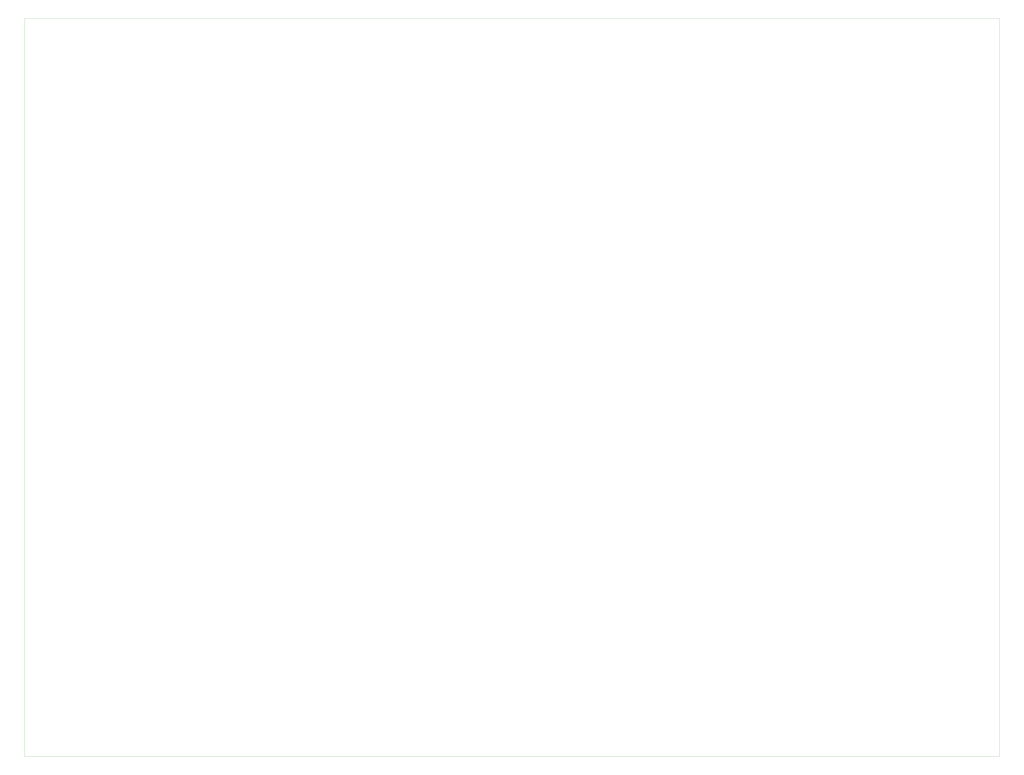
<source format=gbr>
%TF.GenerationSoftware,KiCad,Pcbnew,(6.99.0-3937-g3e53426b6c)*%
%TF.CreationDate,2024-12-16T03:44:05-05:00*%
%TF.ProjectId,AnalogFNN,416e616c-6f67-4464-9e4e-2e6b69636164,rev?*%
%TF.SameCoordinates,Original*%
%TF.FileFunction,Profile,NP*%
%FSLAX46Y46*%
G04 Gerber Fmt 4.6, Leading zero omitted, Abs format (unit mm)*
G04 Created by KiCad (PCBNEW (6.99.0-3937-g3e53426b6c)) date 2024-12-16 03:44:05*
%MOMM*%
%LPD*%
G01*
G04 APERTURE LIST*
%TA.AperFunction,Profile*%
%ADD10C,0.100000*%
%TD*%
G04 APERTURE END LIST*
D10*
X27100000Y-10100000D02*
X542100000Y-10100000D01*
X542100000Y-10100000D02*
X542100000Y-400100000D01*
X542100000Y-400100000D02*
X27100000Y-400100000D01*
X27100000Y-400100000D02*
X27100000Y-10100000D01*
M02*

</source>
